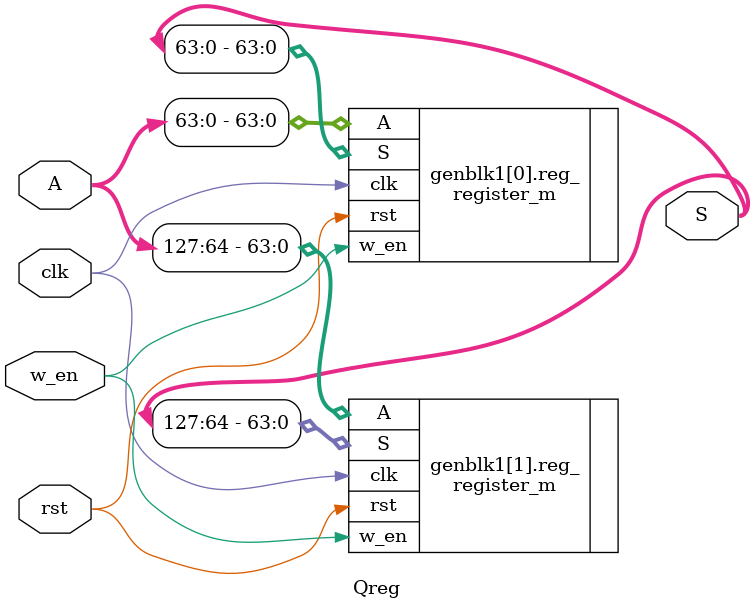
<source format=sv>
module Qreg #(
    parameter integer N = 1,
    parameter integer DATA_W = 32
) (
    input logic clk,
    input logic rst,
    input logic w_en,
    input logic  [((2 ** N) *DATA_W*2)- 1:0] A,
    output logic  [((2 ** N) *DATA_W*2)- 1:0] S
);
 

    genvar  i;

    generate
        for (i = 0; i < 2**N ; i = i + 1) begin

            register_m #(.DATA_W (DATA_W*2)) reg_(
                .clk(clk),
                .rst(rst),
                .w_en(w_en),
                .A(A[i*DATA_W*2  +: (DATA_W*2)]),
                .S(S[i*DATA_W*2  +: (DATA_W*2)])
            );
            
        end
        
    endgenerate
    
endmodule
</source>
